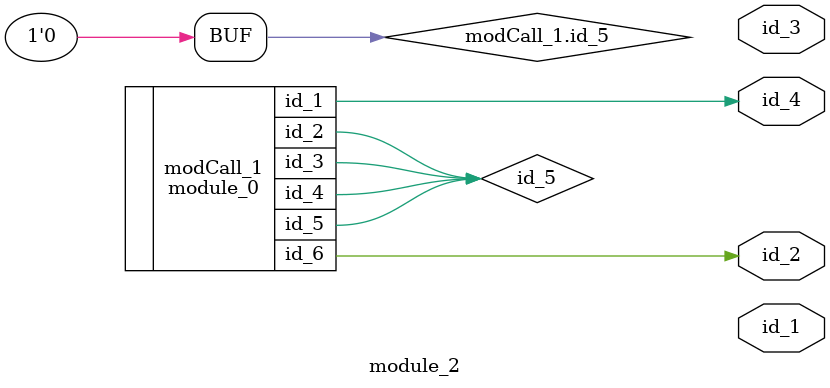
<source format=v>
module module_0 (
    id_1,
    id_2,
    id_3,
    id_4,
    id_5,
    id_6
);
  output wire id_6;
  inout wire id_5;
  inout wire id_4;
  output wire id_3;
  inout wire id_2;
  output wire id_1;
  always #(id_2);
  assign id_6 = 1 != id_5;
endmodule
module module_1 (
    id_1,
    id_2,
    id_3
);
  output wire id_3;
  inout wire id_2;
  input wire id_1;
  assign id_3 = id_2;
  module_0 modCall_1 (
      id_3,
      id_2,
      id_2,
      id_2,
      id_2,
      id_2
  );
endmodule
module module_2 (
    id_1,
    id_2,
    id_3,
    id_4
);
  output wire id_4;
  output wire id_3;
  output wire id_2;
  output wire id_1;
  wire id_5;
  module_0 modCall_1 (
      id_4,
      id_5,
      id_5,
      id_5,
      id_5,
      id_2
  );
  assign modCall_1.id_5 = 0;
endmodule

</source>
